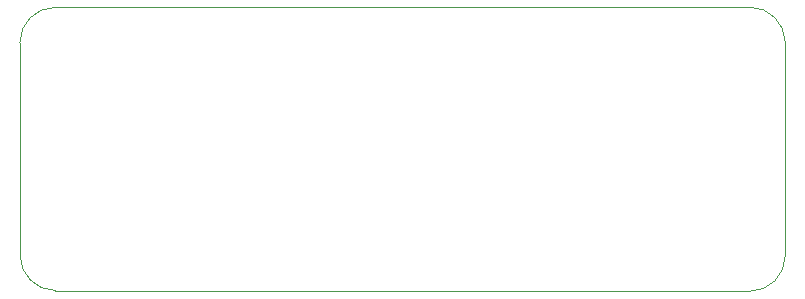
<source format=gm1>
%TF.GenerationSoftware,KiCad,Pcbnew,(6.0.4)*%
%TF.CreationDate,2022-11-28T16:04:11+01:00*%
%TF.ProjectId,STM32F103RF,53544d33-3246-4313-9033-52462e6b6963,1*%
%TF.SameCoordinates,Original*%
%TF.FileFunction,Profile,NP*%
%FSLAX46Y46*%
G04 Gerber Fmt 4.6, Leading zero omitted, Abs format (unit mm)*
G04 Created by KiCad (PCBNEW (6.0.4)) date 2022-11-28 16:04:11*
%MOMM*%
%LPD*%
G01*
G04 APERTURE LIST*
%TA.AperFunction,Profile*%
%ADD10C,0.100000*%
%TD*%
G04 APERTURE END LIST*
D10*
X132078674Y-54221326D02*
X132078698Y-72278698D01*
X70290070Y-75216180D02*
X129078698Y-75278698D01*
X129078698Y-75278698D02*
G75*
G03*
X132078698Y-72278698I-63J3000063D01*
G01*
X70268750Y-51237500D02*
X129078674Y-51221326D01*
X132078674Y-54221326D02*
G75*
G03*
X129078674Y-51221326I-3000064J-64D01*
G01*
X67290120Y-72216180D02*
G75*
G03*
X70290070Y-75216180I2999980J-20D01*
G01*
X67268750Y-54237500D02*
X67290070Y-72216180D01*
X70268750Y-51237450D02*
G75*
G03*
X67268750Y-54237500I50J-3000050D01*
G01*
M02*

</source>
